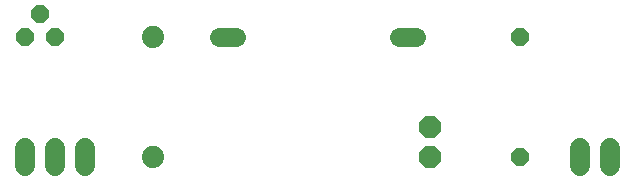
<source format=gbr>
G04 EAGLE Gerber RS-274X export*
G75*
%MOMM*%
%FSLAX34Y34*%
%LPD*%
%INSoldermask Bottom*%
%IPPOS*%
%AMOC8*
5,1,8,0,0,1.08239X$1,22.5*%
G01*
%ADD10P,1.951982X8X292.500000*%
%ADD11C,1.879600*%
%ADD12C,1.711200*%
%ADD13C,1.625600*%
%ADD14P,1.649562X8X22.500000*%
%ADD15P,1.649562X8X112.500000*%


D10*
X368300Y88900D03*
X368300Y63500D03*
D11*
X133350Y63500D03*
X133350Y165100D03*
D12*
X25400Y71040D02*
X25400Y55960D01*
X50800Y55960D02*
X50800Y71040D01*
X76200Y71040D02*
X76200Y55960D01*
D13*
X189738Y165100D02*
X203962Y165100D01*
X342138Y165100D02*
X356362Y165100D01*
D12*
X495300Y71040D02*
X495300Y55960D01*
X520700Y55960D02*
X520700Y71040D01*
D14*
X50800Y165100D03*
X38100Y184150D03*
X25400Y165100D03*
D15*
X444500Y63500D03*
X444500Y165100D03*
M02*

</source>
